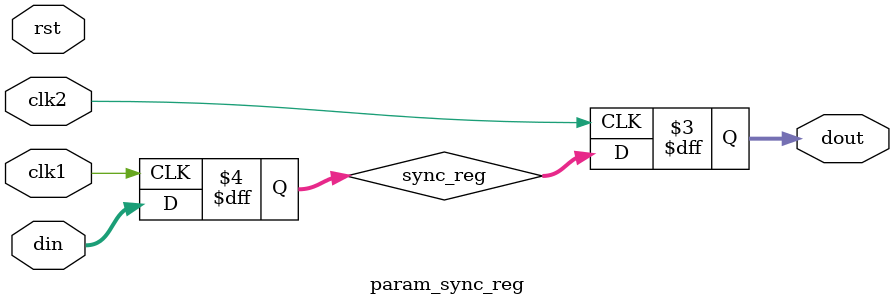
<source format=sv>
module param_sync_reg #(parameter WIDTH=4) (
    input clk1, clk2, rst,
    input [WIDTH-1:0] din,
    output reg [WIDTH-1:0] dout
);
    reg [WIDTH-1:0] sync_reg;
    always @(posedge clk1) sync_reg <= din;
    always @(posedge clk2) dout <= sync_reg;
endmodule
</source>
